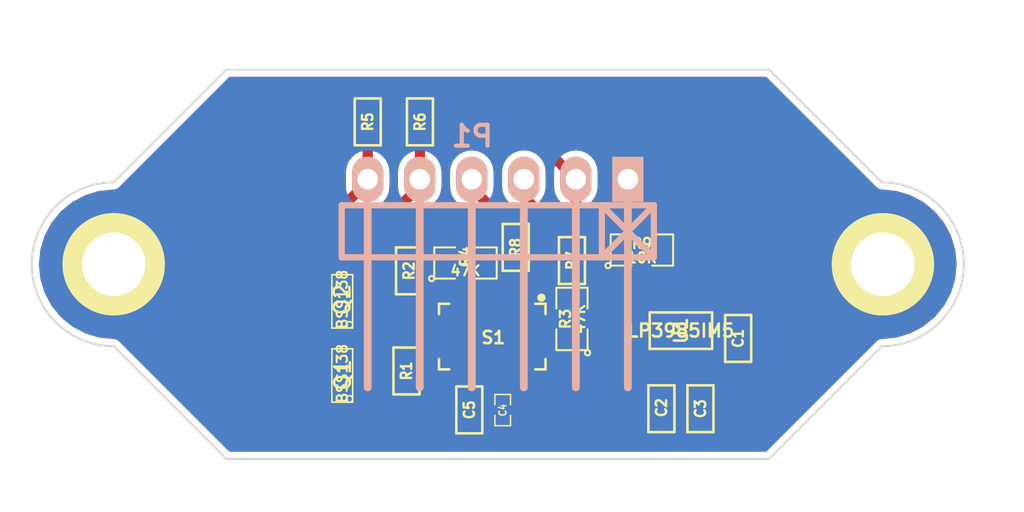
<source format=kicad_pcb>
(kicad_pcb (version 4) (host pcbnew 4.0.1-stable)

  (general
    (links 42)
    (no_connects 0)
    (area 132.31 59.97 182.310001 84.970001)
    (thickness 1.6)
    (drawings 10)
    (tracks 105)
    (zones 0)
    (modules 21)
    (nets 18)
  )

  (page A4)
  (layers
    (0 F.Cu signal)
    (31 B.Cu signal)
    (32 B.Adhes user)
    (33 F.Adhes user)
    (34 B.Paste user hide)
    (35 F.Paste user)
    (36 B.SilkS user hide)
    (37 F.SilkS user)
    (38 B.Mask user)
    (39 F.Mask user)
    (40 Dwgs.User user)
    (41 Cmts.User user)
    (42 Eco1.User user)
    (43 Eco2.User user)
    (44 Edge.Cuts user)
    (45 Margin user)
    (46 B.CrtYd user)
    (47 F.CrtYd user)
    (48 B.Fab user)
    (49 F.Fab user)
  )

  (setup
    (last_trace_width 0.5)
    (trace_clearance 0.2)
    (zone_clearance 0.3)
    (zone_45_only yes)
    (trace_min 0.2)
    (segment_width 0.12)
    (edge_width 0.1)
    (via_size 0.6)
    (via_drill 0.4)
    (via_min_size 0.4)
    (via_min_drill 0.3)
    (uvia_size 0.3)
    (uvia_drill 0.1)
    (uvias_allowed no)
    (uvia_min_size 0.2)
    (uvia_min_drill 0.1)
    (pcb_text_width 0.3)
    (pcb_text_size 1.5 1.5)
    (mod_edge_width 0.15)
    (mod_text_size 1 1)
    (mod_text_width 0.15)
    (pad_size 5 5)
    (pad_drill 3.1)
    (pad_to_mask_clearance 0)
    (aux_axis_origin -390.67 -131.3)
    (grid_origin -130.17 280.2)
    (visible_elements FFFEFF7F)
    (pcbplotparams
      (layerselection 0x010a0_00000001)
      (usegerberextensions false)
      (excludeedgelayer true)
      (linewidth 0.100000)
      (plotframeref false)
      (viasonmask false)
      (mode 1)
      (useauxorigin false)
      (hpglpennumber 1)
      (hpglpenspeed 20)
      (hpglpendiameter 15)
      (hpglpenoverlay 2)
      (psnegative false)
      (psa4output false)
      (plotreference true)
      (plotvalue true)
      (plotinvisibletext false)
      (padsonsilk false)
      (subtractmaskfromsilk false)
      (outputformat 5)
      (mirror false)
      (drillshape 0)
      (scaleselection 1)
      (outputdirectory ../../../skola/fyzdoc/prace/for_edit/))
  )

  (net 0 "")
  (net 1 GND)
  (net 2 +5V)
  (net 3 "Net-(C2-Pad2)")
  (net 4 I2C_SCL)
  (net 5 I2C_SDA)
  (net 6 IO_1)
  (net 7 IO_0)
  (net 8 "Net-(S1-Pad2)")
  (net 9 "Net-(S1-Pad3)")
  (net 10 "Net-(S1-Pad7)")
  (net 11 "Net-(S1-Pad11)")
  (net 12 SCL_LW)
  (net 13 SDA_LW)
  (net 14 "Net-(R3-Pad2)")
  (net 15 "Net-(R4-Pad2)")
  (net 16 +2V8)
  (net 17 "Net-(R9-Pad2)")

  (net_class Default "This is the default net class."
    (clearance 0.2)
    (trace_width 0.5)
    (via_dia 0.6)
    (via_drill 0.4)
    (uvia_dia 0.3)
    (uvia_drill 0.1)
    (add_net +2V8)
    (add_net +5V)
    (add_net GND)
    (add_net I2C_SCL)
    (add_net I2C_SDA)
    (add_net IO_0)
    (add_net IO_1)
    (add_net "Net-(C2-Pad2)")
    (add_net "Net-(R3-Pad2)")
    (add_net "Net-(R4-Pad2)")
    (add_net "Net-(R9-Pad2)")
    (add_net "Net-(S1-Pad11)")
    (add_net "Net-(S1-Pad2)")
    (add_net "Net-(S1-Pad3)")
    (add_net "Net-(S1-Pad7)")
    (add_net SCL_LW)
    (add_net SDA_LW)
  )

  (module libcms:SM0603 (layer F.Cu) (tedit 4E43A3D1) (tstamp 55E61102)
    (at 152.151 78.0795 270)
    (path /5615B560)
    (attr smd)
    (fp_text reference R1 (at 0 0 270) (layer F.SilkS)
      (effects (font (size 0.508 0.4572) (thickness 0.1143)))
    )
    (fp_text value 2K2 (at 0 0 270) (layer F.SilkS) hide
      (effects (font (size 0.508 0.4572) (thickness 0.1143)))
    )
    (fp_line (start -1.143 -0.635) (end 1.143 -0.635) (layer F.SilkS) (width 0.127))
    (fp_line (start 1.143 -0.635) (end 1.143 0.635) (layer F.SilkS) (width 0.127))
    (fp_line (start 1.143 0.635) (end -1.143 0.635) (layer F.SilkS) (width 0.127))
    (fp_line (start -1.143 0.635) (end -1.143 -0.635) (layer F.SilkS) (width 0.127))
    (pad 1 smd rect (at -0.762 0 270) (size 0.635 1.143) (layers F.Cu F.Paste F.Mask)
      (net 12 SCL_LW))
    (pad 2 smd rect (at 0.762 0 270) (size 0.635 1.143) (layers F.Cu F.Paste F.Mask)
      (net 16 +2V8))
    (model smd\resistors\R0603.wrl
      (at (xyz 0 0 0.001))
      (scale (xyz 0.5 0.5 0.5))
      (rotate (xyz 0 0 0))
    )
  )

  (module libcms:SOT23-5 (layer F.Cu) (tedit 56057948) (tstamp 55E6112D)
    (at 165.5495 76.111 180)
    (path /55E5794B)
    (attr smd)
    (fp_text reference U1 (at 0 0 270) (layer F.SilkS)
      (effects (font (size 0.635 0.635) (thickness 0.127)))
    )
    (fp_text value LP3985IM5 (at 0 0 180) (layer F.SilkS)
      (effects (font (size 0.635 0.635) (thickness 0.127)))
    )
    (fp_line (start 1.524 -0.889) (end 1.524 0.889) (layer F.SilkS) (width 0.127))
    (fp_line (start 1.524 0.889) (end -1.524 0.889) (layer F.SilkS) (width 0.127))
    (fp_line (start -1.524 0.889) (end -1.524 -0.889) (layer F.SilkS) (width 0.127))
    (fp_line (start -1.524 -0.889) (end 1.524 -0.889) (layer F.SilkS) (width 0.127))
    (pad 1 smd rect (at -0.9525 1.27 180) (size 0.508 0.762) (layers F.Cu F.Paste F.Mask)
      (net 2 +5V))
    (pad 3 smd rect (at 0.9525 1.27 180) (size 0.508 0.762) (layers F.Cu F.Paste F.Mask)
      (net 17 "Net-(R9-Pad2)"))
    (pad 5 smd rect (at -0.9525 -1.27 180) (size 0.508 0.762) (layers F.Cu F.Paste F.Mask)
      (net 16 +2V8))
    (pad 2 smd rect (at 0 1.27 180) (size 0.508 0.762) (layers F.Cu F.Paste F.Mask)
      (net 1 GND))
    (pad 4 smd rect (at 0.9525 -1.27 180) (size 0.508 0.762) (layers F.Cu F.Paste F.Mask)
      (net 3 "Net-(C2-Pad2)"))
    (model smd/SOT23_5.wrl
      (at (xyz 0 0 0))
      (scale (xyz 0.1 0.1 0.1))
      (rotate (xyz 0 0 0))
    )
  )

  (module libcms:SM0603 (layer F.Cu) (tedit 4E43A3D1) (tstamp 55E610DA)
    (at 168.3435 76.492 90)
    (path /55E59E26)
    (attr smd)
    (fp_text reference C1 (at 0 0 90) (layer F.SilkS)
      (effects (font (size 0.508 0.4572) (thickness 0.1143)))
    )
    (fp_text value 1uF (at 0 0 90) (layer F.SilkS) hide
      (effects (font (size 0.508 0.4572) (thickness 0.1143)))
    )
    (fp_line (start -1.143 -0.635) (end 1.143 -0.635) (layer F.SilkS) (width 0.127))
    (fp_line (start 1.143 -0.635) (end 1.143 0.635) (layer F.SilkS) (width 0.127))
    (fp_line (start 1.143 0.635) (end -1.143 0.635) (layer F.SilkS) (width 0.127))
    (fp_line (start -1.143 0.635) (end -1.143 -0.635) (layer F.SilkS) (width 0.127))
    (pad 1 smd rect (at -0.762 0 90) (size 0.635 1.143) (layers F.Cu F.Paste F.Mask)
      (net 1 GND))
    (pad 2 smd rect (at 0.762 0 90) (size 0.635 1.143) (layers F.Cu F.Paste F.Mask)
      (net 2 +5V))
    (model smd\resistors\R0603.wrl
      (at (xyz 0 0 0.001))
      (scale (xyz 0.5 0.5 0.5))
      (rotate (xyz 0 0 0))
    )
  )

  (module libcms:SM0603 (layer F.Cu) (tedit 55FAEAA8) (tstamp 55E610E0)
    (at 164.597 79.921 90)
    (path /55E59F25)
    (attr smd)
    (fp_text reference C2 (at 0.05 0 90) (layer F.SilkS)
      (effects (font (size 0.508 0.4572) (thickness 0.1143)))
    )
    (fp_text value 1uF (at 0 0 90) (layer F.SilkS) hide
      (effects (font (size 0.508 0.4572) (thickness 0.1143)))
    )
    (fp_line (start -1.143 -0.635) (end 1.143 -0.635) (layer F.SilkS) (width 0.127))
    (fp_line (start 1.143 -0.635) (end 1.143 0.635) (layer F.SilkS) (width 0.127))
    (fp_line (start 1.143 0.635) (end -1.143 0.635) (layer F.SilkS) (width 0.127))
    (fp_line (start -1.143 0.635) (end -1.143 -0.635) (layer F.SilkS) (width 0.127))
    (pad 1 smd rect (at -0.762 0 90) (size 0.635 1.143) (layers F.Cu F.Paste F.Mask)
      (net 1 GND))
    (pad 2 smd rect (at 0.762 0 90) (size 0.635 1.143) (layers F.Cu F.Paste F.Mask)
      (net 3 "Net-(C2-Pad2)"))
    (model smd\resistors\R0603.wrl
      (at (xyz 0 0 0.001))
      (scale (xyz 0.5 0.5 0.5))
      (rotate (xyz 0 0 0))
    )
  )

  (module libcms:SM0603 (layer F.Cu) (tedit 4E43A3D1) (tstamp 55E610E6)
    (at 166.502 79.921 90)
    (path /55E59F2B)
    (attr smd)
    (fp_text reference C3 (at 0 0 90) (layer F.SilkS)
      (effects (font (size 0.508 0.4572) (thickness 0.1143)))
    )
    (fp_text value 1uF (at 0 0 90) (layer F.SilkS) hide
      (effects (font (size 0.508 0.4572) (thickness 0.1143)))
    )
    (fp_line (start -1.143 -0.635) (end 1.143 -0.635) (layer F.SilkS) (width 0.127))
    (fp_line (start 1.143 -0.635) (end 1.143 0.635) (layer F.SilkS) (width 0.127))
    (fp_line (start 1.143 0.635) (end -1.143 0.635) (layer F.SilkS) (width 0.127))
    (fp_line (start -1.143 0.635) (end -1.143 -0.635) (layer F.SilkS) (width 0.127))
    (pad 1 smd rect (at -0.762 0 90) (size 0.635 1.143) (layers F.Cu F.Paste F.Mask)
      (net 1 GND))
    (pad 2 smd rect (at 0.762 0 90) (size 0.635 1.143) (layers F.Cu F.Paste F.Mask)
      (net 16 +2V8))
    (model smd\resistors\R0603.wrl
      (at (xyz 0 0 0.001))
      (scale (xyz 0.5 0.5 0.5))
      (rotate (xyz 0 0 0))
    )
  )

  (module libcms:SM0402 (layer F.Cu) (tedit 50A4E0BA) (tstamp 55E610EC)
    (at 156.85 79.989 270)
    (path /55E597DB)
    (attr smd)
    (fp_text reference C4 (at 0 0 270) (layer F.SilkS)
      (effects (font (size 0.35052 0.3048) (thickness 0.07112)))
    )
    (fp_text value 100nF (at 0.09906 0 270) (layer F.SilkS) hide
      (effects (font (size 0.35052 0.3048) (thickness 0.07112)))
    )
    (fp_line (start -0.254 -0.381) (end -0.762 -0.381) (layer F.SilkS) (width 0.07112))
    (fp_line (start -0.762 -0.381) (end -0.762 0.381) (layer F.SilkS) (width 0.07112))
    (fp_line (start -0.762 0.381) (end -0.254 0.381) (layer F.SilkS) (width 0.07112))
    (fp_line (start 0.254 -0.381) (end 0.762 -0.381) (layer F.SilkS) (width 0.07112))
    (fp_line (start 0.762 -0.381) (end 0.762 0.381) (layer F.SilkS) (width 0.07112))
    (fp_line (start 0.762 0.381) (end 0.254 0.381) (layer F.SilkS) (width 0.07112))
    (pad 1 smd rect (at -0.44958 0 270) (size 0.39878 0.59944) (layers F.Cu F.Paste F.Mask)
      (net 16 +2V8))
    (pad 2 smd rect (at 0.44958 0 270) (size 0.39878 0.59944) (layers F.Cu F.Paste F.Mask)
      (net 1 GND))
    (model smd\chip_cms.wrl
      (at (xyz 0 0 0.002))
      (scale (xyz 0.05 0.05 0.05))
      (rotate (xyz 0 0 0))
    )
  )

  (module libcms:SM0603 (layer F.Cu) (tedit 4E43A3D1) (tstamp 55E610F2)
    (at 155.22 79.979 270)
    (path /55E4C7D4)
    (attr smd)
    (fp_text reference C5 (at 0 0 270) (layer F.SilkS)
      (effects (font (size 0.508 0.4572) (thickness 0.1143)))
    )
    (fp_text value 4.7uF (at 0 0 270) (layer F.SilkS) hide
      (effects (font (size 0.508 0.4572) (thickness 0.1143)))
    )
    (fp_line (start -1.143 -0.635) (end 1.143 -0.635) (layer F.SilkS) (width 0.127))
    (fp_line (start 1.143 -0.635) (end 1.143 0.635) (layer F.SilkS) (width 0.127))
    (fp_line (start 1.143 0.635) (end -1.143 0.635) (layer F.SilkS) (width 0.127))
    (fp_line (start -1.143 0.635) (end -1.143 -0.635) (layer F.SilkS) (width 0.127))
    (pad 1 smd rect (at -0.762 0 270) (size 0.635 1.143) (layers F.Cu F.Paste F.Mask)
      (net 16 +2V8))
    (pad 2 smd rect (at 0.762 0 270) (size 0.635 1.143) (layers F.Cu F.Paste F.Mask)
      (net 1 GND))
    (model smd\resistors\R0603.wrl
      (at (xyz 0 0 0.001))
      (scale (xyz 0.5 0.5 0.5))
      (rotate (xyz 0 0 0))
    )
  )

  (module libcms:SM0603 (layer F.Cu) (tedit 4E43A3D1) (tstamp 55E61108)
    (at 152.278 73.19 90)
    (path /5615B8C6)
    (attr smd)
    (fp_text reference R2 (at 0 0 90) (layer F.SilkS)
      (effects (font (size 0.508 0.4572) (thickness 0.1143)))
    )
    (fp_text value 2K2 (at 0 0 90) (layer F.SilkS) hide
      (effects (font (size 0.508 0.4572) (thickness 0.1143)))
    )
    (fp_line (start -1.143 -0.635) (end 1.143 -0.635) (layer F.SilkS) (width 0.127))
    (fp_line (start 1.143 -0.635) (end 1.143 0.635) (layer F.SilkS) (width 0.127))
    (fp_line (start 1.143 0.635) (end -1.143 0.635) (layer F.SilkS) (width 0.127))
    (fp_line (start -1.143 0.635) (end -1.143 -0.635) (layer F.SilkS) (width 0.127))
    (pad 1 smd rect (at -0.762 0 90) (size 0.635 1.143) (layers F.Cu F.Paste F.Mask)
      (net 13 SDA_LW))
    (pad 2 smd rect (at 0.762 0 90) (size 0.635 1.143) (layers F.Cu F.Paste F.Mask)
      (net 16 +2V8))
    (model smd\resistors\R0603.wrl
      (at (xyz 0 0 0.001))
      (scale (xyz 0.5 0.5 0.5))
      (rotate (xyz 0 0 0))
    )
  )

  (module libcms:SM0805 (layer F.Cu) (tedit 5091495C) (tstamp 55E6110E)
    (at 160.23 75.539 90)
    (path /55E59B82)
    (attr smd)
    (fp_text reference R3 (at 0 -0.3175 90) (layer F.SilkS)
      (effects (font (size 0.50038 0.50038) (thickness 0.10922)))
    )
    (fp_text value 47K (at 0 0.381 90) (layer F.SilkS)
      (effects (font (size 0.50038 0.50038) (thickness 0.10922)))
    )
    (fp_circle (center -1.651 0.762) (end -1.651 0.635) (layer F.SilkS) (width 0.09906))
    (fp_line (start -0.508 0.762) (end -1.524 0.762) (layer F.SilkS) (width 0.09906))
    (fp_line (start -1.524 0.762) (end -1.524 -0.762) (layer F.SilkS) (width 0.09906))
    (fp_line (start -1.524 -0.762) (end -0.508 -0.762) (layer F.SilkS) (width 0.09906))
    (fp_line (start 0.508 -0.762) (end 1.524 -0.762) (layer F.SilkS) (width 0.09906))
    (fp_line (start 1.524 -0.762) (end 1.524 0.762) (layer F.SilkS) (width 0.09906))
    (fp_line (start 1.524 0.762) (end 0.508 0.762) (layer F.SilkS) (width 0.09906))
    (pad 1 smd rect (at -0.9525 0 90) (size 0.889 1.397) (layers F.Cu F.Paste F.Mask)
      (net 16 +2V8))
    (pad 2 smd rect (at 0.9525 0 90) (size 0.889 1.397) (layers F.Cu F.Paste F.Mask)
      (net 14 "Net-(R3-Pad2)"))
    (model smd/chip_cms.wrl
      (at (xyz 0 0 0))
      (scale (xyz 0.1 0.1 0.1))
      (rotate (xyz 0 0 0))
    )
  )

  (module libcms:SM0805 (layer F.Cu) (tedit 55E70DFA) (tstamp 55E61114)
    (at 155.0339 72.809)
    (path /55E4C7BB)
    (attr smd)
    (fp_text reference R4 (at 0 -0.3175 90) (layer F.SilkS)
      (effects (font (size 0.50038 0.50038) (thickness 0.10922)))
    )
    (fp_text value 47K (at 0 0.381) (layer F.SilkS)
      (effects (font (size 0.50038 0.50038) (thickness 0.10922)))
    )
    (fp_circle (center -1.651 0.762) (end -1.651 0.635) (layer F.SilkS) (width 0.09906))
    (fp_line (start -0.508 0.762) (end -1.524 0.762) (layer F.SilkS) (width 0.09906))
    (fp_line (start -1.524 0.762) (end -1.524 -0.762) (layer F.SilkS) (width 0.09906))
    (fp_line (start -1.524 -0.762) (end -0.508 -0.762) (layer F.SilkS) (width 0.09906))
    (fp_line (start 0.508 -0.762) (end 1.524 -0.762) (layer F.SilkS) (width 0.09906))
    (fp_line (start 1.524 -0.762) (end 1.524 0.762) (layer F.SilkS) (width 0.09906))
    (fp_line (start 1.524 0.762) (end 0.508 0.762) (layer F.SilkS) (width 0.09906))
    (pad 1 smd rect (at -0.9525 0) (size 0.889 1.397) (layers F.Cu F.Paste F.Mask)
      (net 16 +2V8))
    (pad 2 smd rect (at 0.9525 0) (size 0.889 1.397) (layers F.Cu F.Paste F.Mask)
      (net 15 "Net-(R4-Pad2)"))
    (model smd/chip_cms.wrl
      (at (xyz 0 0 0))
      (scale (xyz 0.1 0.1 0.1))
      (rotate (xyz 0 0 0))
    )
  )

  (module w_pin_strip:pin_strip_6-90 (layer B.Cu) (tedit 561AB4AA) (tstamp 55E74580)
    (at 156.61 68.72 180)
    (descr "Pin strip 6pin 90")
    (tags "CONN DEV")
    (path /55E5941A)
    (fp_text reference P1 (at 1.25 2.1 180) (layer B.SilkS)
      (effects (font (size 1.016 1.016) (thickness 0.2032)) (justify mirror))
    )
    (fp_text value CONN_6 (at 0.254 3.556 180) (layer B.SilkS) hide
      (effects (font (size 1.016 0.889) (thickness 0.2032)) (justify mirror))
    )
    (fp_line (start -7.62 -3.81) (end -5.08 -1.27) (layer B.SilkS) (width 0.3048))
    (fp_line (start -5.08 -1.27) (end -5.08 -3.81) (layer B.SilkS) (width 0.3048))
    (fp_line (start -5.08 -3.81) (end -7.62 -1.27) (layer B.SilkS) (width 0.3048))
    (fp_line (start -6.35 0) (end -6.35 -10.16) (layer B.SilkS) (width 0.381))
    (fp_line (start 6.35 0) (end 6.35 -10.16) (layer B.SilkS) (width 0.381))
    (fp_line (start 3.81 0) (end 3.81 -10.16) (layer B.SilkS) (width 0.381))
    (fp_line (start 1.27 0) (end 1.27 -10.16) (layer B.SilkS) (width 0.381))
    (fp_line (start -1.27 -10.16) (end -1.27 0) (layer B.SilkS) (width 0.381))
    (fp_line (start -3.81 0) (end -3.81 -10.16) (layer B.SilkS) (width 0.381))
    (fp_line (start -7.62 -3.81) (end -7.62 -1.27) (layer B.SilkS) (width 0.3048))
    (fp_line (start -7.62 -1.27) (end 7.62 -1.27) (layer B.SilkS) (width 0.3048))
    (fp_line (start 7.62 -1.27) (end 7.62 -3.81) (layer B.SilkS) (width 0.3048))
    (fp_line (start 7.62 -3.81) (end -7.62 -3.81) (layer B.SilkS) (width 0.3048))
    (pad 1 thru_hole rect (at -6.35 0 180) (size 1.524 2.19964) (drill 1.00076) (layers *.Cu *.Mask B.SilkS)
      (net 1 GND))
    (pad 2 thru_hole oval (at -3.81 0 180) (size 1.524 2.19964) (drill 1.00076) (layers *.Cu *.Mask B.SilkS)
      (net 2 +5V))
    (pad 3 thru_hole oval (at -1.27 0 180) (size 1.524 2.19964) (drill 1.00076) (layers *.Cu *.Mask B.SilkS)
      (net 6 IO_1))
    (pad 4 thru_hole oval (at 1.27 0 180) (size 1.524 2.19964) (drill 1.00076) (layers *.Cu *.Mask B.SilkS)
      (net 7 IO_0))
    (pad 5 thru_hole oval (at 3.81 0 180) (size 1.524 2.19964) (drill 1.00076) (layers *.Cu *.Mask B.SilkS)
      (net 5 I2C_SDA))
    (pad 6 thru_hole oval (at 6.35 0 180) (size 1.524 2.19964) (drill 1.00076) (layers *.Cu *.Mask B.SilkS)
      (net 4 I2C_SCL))
    (model walter/pin_strip/pin_strip_6-90.wrl
      (at (xyz 0 0 0))
      (scale (xyz 1 1 1))
      (rotate (xyz 0 0 0))
    )
  )

  (module libcms:SOT23 (layer F.Cu) (tedit 561656B2) (tstamp 56155F73)
    (at 149.01918 78.269 90)
    (tags SOT23)
    (path /56155D95)
    (fp_text reference Q1 (at 0 0.02 270) (layer F.SilkS)
      (effects (font (size 0.762 0.762) (thickness 0.11938)))
    )
    (fp_text value BSS138 (at 0.0635 0 90) (layer F.SilkS)
      (effects (font (size 0.50038 0.50038) (thickness 0.09906)))
    )
    (fp_circle (center -1.17602 0.35052) (end -1.30048 0.44958) (layer F.SilkS) (width 0.07874))
    (fp_line (start 1.27 -0.508) (end 1.27 0.508) (layer F.SilkS) (width 0.07874))
    (fp_line (start -1.3335 -0.508) (end -1.3335 0.508) (layer F.SilkS) (width 0.07874))
    (fp_line (start 1.27 0.508) (end -1.3335 0.508) (layer F.SilkS) (width 0.07874))
    (fp_line (start -1.3335 -0.508) (end 1.27 -0.508) (layer F.SilkS) (width 0.07874))
    (pad 3 smd rect (at 0 -1.09982 90) (size 0.8001 1.00076) (layers F.Cu F.Paste F.Mask)
      (net 4 I2C_SCL))
    (pad 2 smd rect (at 0.9525 1.09982 90) (size 0.8001 1.00076) (layers F.Cu F.Paste F.Mask)
      (net 12 SCL_LW))
    (pad 1 smd rect (at -0.9525 1.09982 90) (size 0.8001 1.00076) (layers F.Cu F.Paste F.Mask)
      (net 16 +2V8))
    (model smd\SOT23_3.wrl
      (at (xyz 0 0 0))
      (scale (xyz 0.4 0.4 0.4))
      (rotate (xyz 0 0 180))
    )
  )

  (module libcms:SOT23 (layer F.Cu) (tedit 561656B9) (tstamp 56155F7A)
    (at 149.01918 74.6505 90)
    (tags SOT23)
    (path /56155E08)
    (fp_text reference Q2 (at 0.06 0 270) (layer F.SilkS)
      (effects (font (size 0.762 0.762) (thickness 0.11938)))
    )
    (fp_text value BSS138 (at 0.0635 0 90) (layer F.SilkS)
      (effects (font (size 0.50038 0.50038) (thickness 0.09906)))
    )
    (fp_circle (center -1.17602 0.35052) (end -1.30048 0.44958) (layer F.SilkS) (width 0.07874))
    (fp_line (start 1.27 -0.508) (end 1.27 0.508) (layer F.SilkS) (width 0.07874))
    (fp_line (start -1.3335 -0.508) (end -1.3335 0.508) (layer F.SilkS) (width 0.07874))
    (fp_line (start 1.27 0.508) (end -1.3335 0.508) (layer F.SilkS) (width 0.07874))
    (fp_line (start -1.3335 -0.508) (end 1.27 -0.508) (layer F.SilkS) (width 0.07874))
    (pad 3 smd rect (at 0 -1.09982 90) (size 0.8001 1.00076) (layers F.Cu F.Paste F.Mask)
      (net 5 I2C_SDA))
    (pad 2 smd rect (at 0.9525 1.09982 90) (size 0.8001 1.00076) (layers F.Cu F.Paste F.Mask)
      (net 13 SDA_LW))
    (pad 1 smd rect (at -0.9525 1.09982 90) (size 0.8001 1.00076) (layers F.Cu F.Paste F.Mask)
      (net 16 +2V8))
    (model smd\SOT23_3.wrl
      (at (xyz 0 0 0))
      (scale (xyz 0.4 0.4 0.4))
      (rotate (xyz 0 0 180))
    )
  )

  (module libcms:SM0603 (layer F.Cu) (tedit 4E43A3D1) (tstamp 56155F80)
    (at 150.26 65.92 90)
    (path /5615B9D6)
    (attr smd)
    (fp_text reference R5 (at 0 0 90) (layer F.SilkS)
      (effects (font (size 0.508 0.4572) (thickness 0.1143)))
    )
    (fp_text value 2K2 (at 0 0 90) (layer F.SilkS) hide
      (effects (font (size 0.508 0.4572) (thickness 0.1143)))
    )
    (fp_line (start -1.143 -0.635) (end 1.143 -0.635) (layer F.SilkS) (width 0.127))
    (fp_line (start 1.143 -0.635) (end 1.143 0.635) (layer F.SilkS) (width 0.127))
    (fp_line (start 1.143 0.635) (end -1.143 0.635) (layer F.SilkS) (width 0.127))
    (fp_line (start -1.143 0.635) (end -1.143 -0.635) (layer F.SilkS) (width 0.127))
    (pad 1 smd rect (at -0.762 0 90) (size 0.635 1.143) (layers F.Cu F.Paste F.Mask)
      (net 4 I2C_SCL))
    (pad 2 smd rect (at 0.762 0 90) (size 0.635 1.143) (layers F.Cu F.Paste F.Mask)
      (net 2 +5V))
    (model smd\resistors\R0603.wrl
      (at (xyz 0 0 0.001))
      (scale (xyz 0.5 0.5 0.5))
      (rotate (xyz 0 0 0))
    )
  )

  (module libcms:SM0603 (layer F.Cu) (tedit 4E43A3D1) (tstamp 56155F86)
    (at 152.81 65.92 90)
    (path /5615BA51)
    (attr smd)
    (fp_text reference R6 (at 0 0 90) (layer F.SilkS)
      (effects (font (size 0.508 0.4572) (thickness 0.1143)))
    )
    (fp_text value 2K2 (at 0 0 90) (layer F.SilkS) hide
      (effects (font (size 0.508 0.4572) (thickness 0.1143)))
    )
    (fp_line (start -1.143 -0.635) (end 1.143 -0.635) (layer F.SilkS) (width 0.127))
    (fp_line (start 1.143 -0.635) (end 1.143 0.635) (layer F.SilkS) (width 0.127))
    (fp_line (start 1.143 0.635) (end -1.143 0.635) (layer F.SilkS) (width 0.127))
    (fp_line (start -1.143 0.635) (end -1.143 -0.635) (layer F.SilkS) (width 0.127))
    (pad 1 smd rect (at -0.762 0 90) (size 0.635 1.143) (layers F.Cu F.Paste F.Mask)
      (net 5 I2C_SDA))
    (pad 2 smd rect (at 0.762 0 90) (size 0.635 1.143) (layers F.Cu F.Paste F.Mask)
      (net 2 +5V))
    (model smd\resistors\R0603.wrl
      (at (xyz 0 0 0.001))
      (scale (xyz 0.5 0.5 0.5))
      (rotate (xyz 0 0 0))
    )
  )

  (module libcms:SM0603 (layer F.Cu) (tedit 4E43A3D1) (tstamp 56155F8C)
    (at 160.23 72.689 90)
    (path /56156937)
    (attr smd)
    (fp_text reference R7 (at 0 0 90) (layer F.SilkS)
      (effects (font (size 0.508 0.4572) (thickness 0.1143)))
    )
    (fp_text value 10K (at 0 0 90) (layer F.SilkS) hide
      (effects (font (size 0.508 0.4572) (thickness 0.1143)))
    )
    (fp_line (start -1.143 -0.635) (end 1.143 -0.635) (layer F.SilkS) (width 0.127))
    (fp_line (start 1.143 -0.635) (end 1.143 0.635) (layer F.SilkS) (width 0.127))
    (fp_line (start 1.143 0.635) (end -1.143 0.635) (layer F.SilkS) (width 0.127))
    (fp_line (start -1.143 0.635) (end -1.143 -0.635) (layer F.SilkS) (width 0.127))
    (pad 1 smd rect (at -0.762 0 90) (size 0.635 1.143) (layers F.Cu F.Paste F.Mask)
      (net 14 "Net-(R3-Pad2)"))
    (pad 2 smd rect (at 0.762 0 90) (size 0.635 1.143) (layers F.Cu F.Paste F.Mask)
      (net 6 IO_1))
    (model smd\resistors\R0603.wrl
      (at (xyz 0 0 0.001))
      (scale (xyz 0.5 0.5 0.5))
      (rotate (xyz 0 0 0))
    )
  )

  (module libcms:SM0603 (layer F.Cu) (tedit 4E43A3D1) (tstamp 56155F92)
    (at 157.485 72.047 90)
    (path /561563B0)
    (attr smd)
    (fp_text reference R8 (at 0 0 90) (layer F.SilkS)
      (effects (font (size 0.508 0.4572) (thickness 0.1143)))
    )
    (fp_text value 10K (at 0 0 90) (layer F.SilkS) hide
      (effects (font (size 0.508 0.4572) (thickness 0.1143)))
    )
    (fp_line (start -1.143 -0.635) (end 1.143 -0.635) (layer F.SilkS) (width 0.127))
    (fp_line (start 1.143 -0.635) (end 1.143 0.635) (layer F.SilkS) (width 0.127))
    (fp_line (start 1.143 0.635) (end -1.143 0.635) (layer F.SilkS) (width 0.127))
    (fp_line (start -1.143 0.635) (end -1.143 -0.635) (layer F.SilkS) (width 0.127))
    (pad 1 smd rect (at -0.762 0 90) (size 0.635 1.143) (layers F.Cu F.Paste F.Mask)
      (net 15 "Net-(R4-Pad2)"))
    (pad 2 smd rect (at 0.762 0 90) (size 0.635 1.143) (layers F.Cu F.Paste F.Mask)
      (net 7 IO_0))
    (model smd\resistors\R0603.wrl
      (at (xyz 0 0 0.001))
      (scale (xyz 0.5 0.5 0.5))
      (rotate (xyz 0 0 0))
    )
  )

  (module connect:1pin (layer F.Cu) (tedit 5666EA15) (tstamp 561B66E6)
    (at 137.86 72.87)
    (descr "module 1 pin (ou trou mecanique de percage)")
    (tags DEV)
    (path 1pin)
    (fp_text reference 1PIN (at 0 -3.048) (layer F.SilkS) hide
      (effects (font (size 1.016 1.016) (thickness 0.254)))
    )
    (fp_text value P*** (at 0 2.794) (layer F.SilkS) hide
      (effects (font (size 1.016 1.016) (thickness 0.254)))
    )
    (fp_circle (center 0 0) (end 0 -2.286) (layer F.SilkS) (width 0.381))
    (pad 1 thru_hole circle (at 0 0) (size 5 5) (drill 3.1) (layers *.Cu *.Mask F.SilkS)
      (net 1 GND))
  )

  (module connect:1pin (layer F.Cu) (tedit 5666EA06) (tstamp 561B6709)
    (at 175.41 72.87)
    (descr "module 1 pin (ou trou mecanique de percage)")
    (tags DEV)
    (path 1pin)
    (fp_text reference 1PIN (at 0 -3.048) (layer F.SilkS) hide
      (effects (font (size 1.016 1.016) (thickness 0.254)))
    )
    (fp_text value P*** (at 0 2.794) (layer F.SilkS) hide
      (effects (font (size 1.016 1.016) (thickness 0.254)))
    )
    (fp_circle (center 0 0) (end 0 -2.286) (layer F.SilkS) (width 0.381))
    (pad 2 thru_hole circle (at 0 0) (size 5 5) (drill 3.1) (layers *.Cu *.Mask F.SilkS)
      (net 1 GND))
  )

  (module libcms:SM0805 (layer F.Cu) (tedit 5091495C) (tstamp 565C977A)
    (at 163.6445 72.174)
    (path /565CA03D)
    (attr smd)
    (fp_text reference R9 (at 0 -0.3175) (layer F.SilkS)
      (effects (font (size 0.50038 0.50038) (thickness 0.10922)))
    )
    (fp_text value 10K (at 0 0.381) (layer F.SilkS)
      (effects (font (size 0.50038 0.50038) (thickness 0.10922)))
    )
    (fp_circle (center -1.651 0.762) (end -1.651 0.635) (layer F.SilkS) (width 0.09906))
    (fp_line (start -0.508 0.762) (end -1.524 0.762) (layer F.SilkS) (width 0.09906))
    (fp_line (start -1.524 0.762) (end -1.524 -0.762) (layer F.SilkS) (width 0.09906))
    (fp_line (start -1.524 -0.762) (end -0.508 -0.762) (layer F.SilkS) (width 0.09906))
    (fp_line (start 0.508 -0.762) (end 1.524 -0.762) (layer F.SilkS) (width 0.09906))
    (fp_line (start 1.524 -0.762) (end 1.524 0.762) (layer F.SilkS) (width 0.09906))
    (fp_line (start 1.524 0.762) (end 0.508 0.762) (layer F.SilkS) (width 0.09906))
    (pad 1 smd rect (at -0.9525 0) (size 0.889 1.397) (layers F.Cu F.Paste F.Mask)
      (net 2 +5V))
    (pad 2 smd rect (at 0.9525 0) (size 0.889 1.397) (layers F.Cu F.Paste F.Mask)
      (net 17 "Net-(R9-Pad2)"))
    (model smd/chip_cms.wrl
      (at (xyz 0 0 0))
      (scale (xyz 0.1 0.1 0.1))
      (rotate (xyz 0 0 0))
    )
  )

  (module myfootprint:ST_VL6180X (layer F.Cu) (tedit 5666DBD3) (tstamp 5666DF23)
    (at 156.34 76.4 270)
    (path /55E59B2F)
    (solder_mask_margin -0.02)
    (solder_paste_margin -0.07)
    (attr smd)
    (fp_text reference S1 (at 0.05 -0.05 360) (layer F.SilkS)
      (effects (font (size 0.6 0.6) (thickness 0.127)))
    )
    (fp_text value VL6180X (at 0 3.2 270) (layer F.Fab)
      (effects (font (size 0.6 0.6) (thickness 0.127)))
    )
    (fp_circle (center -1.9 -2.4) (end -1.8 -2.4) (layer F.SilkS) (width 0.2))
    (fp_line (start -1.6 2.1) (end -1.6 2.6) (layer F.SilkS) (width 0.127))
    (fp_line (start -1.6 2.6) (end -1.1 2.6) (layer F.SilkS) (width 0.127))
    (fp_line (start 1.1 2.6) (end 1.6 2.6) (layer F.SilkS) (width 0.127))
    (fp_line (start 1.6 2.6) (end 1.6 2.1) (layer F.SilkS) (width 0.127))
    (fp_line (start 1.1 -2.6) (end 1.6 -2.6) (layer F.SilkS) (width 0.127))
    (fp_line (start 1.6 -2.6) (end 1.6 -2.1) (layer F.SilkS) (width 0.127))
    (fp_line (start -1.6 -2.6) (end -1.6 -2.1) (layer F.SilkS) (width 0.127))
    (fp_line (start -1.1 -2.6) (end -1.6 -2.6) (layer F.SilkS) (width 0.127))
    (fp_line (start -1.65 -2.65) (end -1.65 2.65) (layer F.CrtYd) (width 0.05))
    (fp_line (start -1.65 2.65) (end 1.65 2.65) (layer F.CrtYd) (width 0.05))
    (fp_line (start 1.65 2.65) (end 1.65 -2.65) (layer F.CrtYd) (width 0.05))
    (fp_line (start -1.65 -2.65) (end 1.65 -2.65) (layer F.CrtYd) (width 0.05))
    (pad 1 smd rect (at -1 -1.875 270) (size 0.6 0.55) (layers F.Cu F.Paste F.Mask)
      (net 14 "Net-(R3-Pad2)"))
    (pad 2 smd rect (at -1 -1.125 270) (size 0.6 0.55) (layers F.Cu F.Paste F.Mask)
      (net 8 "Net-(S1-Pad2)"))
    (pad 3 smd rect (at -1 -0.375 270) (size 0.6 0.55) (layers F.Cu F.Paste F.Mask)
      (net 9 "Net-(S1-Pad3)"))
    (pad 4 smd rect (at -1 0.375 270) (size 0.6 0.55) (layers F.Cu F.Paste F.Mask)
      (net 15 "Net-(R4-Pad2)"))
    (pad 5 smd rect (at -1 1.125 270) (size 0.6 0.55) (layers F.Cu F.Paste F.Mask)
      (net 12 SCL_LW))
    (pad 6 smd rect (at -1 1.875 270) (size 0.6 0.55) (layers F.Cu F.Paste F.Mask)
      (net 13 SDA_LW))
    (pad 7 smd rect (at 1 1.875 270) (size 0.6 0.55) (layers F.Cu F.Paste F.Mask)
      (net 10 "Net-(S1-Pad7)"))
    (pad 8 smd rect (at 1 1.125 270) (size 0.6 0.55) (layers F.Cu F.Paste F.Mask)
      (net 16 +2V8))
    (pad 9 smd rect (at 1 0.375 270) (size 0.6 0.55) (layers F.Cu F.Paste F.Mask)
      (net 1 GND))
    (pad 10 smd rect (at 1 -0.375 270) (size 0.6 0.55) (layers F.Cu F.Paste F.Mask)
      (net 16 +2V8))
    (pad 11 smd rect (at 1 -1.125 270) (size 0.6 0.55) (layers F.Cu F.Paste F.Mask)
      (net 11 "Net-(S1-Pad11)"))
    (pad 12 smd rect (at 1 -1.875 270) (size 0.6 0.55) (layers F.Cu F.Paste F.Mask)
      (net 1 GND))
    (model 3D/SH/Avago_APDS-9950.wrl
      (at (xyz 0 0 0))
      (scale (xyz 0.393701 0.393701 0.393701))
      (rotate (xyz 0 0 0))
    )
  )

  (gr_line (start 137.86 76.87) (end 143.36 82.37) (angle 90) (layer Edge.Cuts) (width 0.1))
  (gr_line (start 143.36 82.37) (end 169.86 82.37) (angle 90) (layer Edge.Cuts) (width 0.1))
  (gr_line (start 175.36 76.87) (end 169.86 82.37) (angle 90) (layer Edge.Cuts) (width 0.1))
  (gr_line (start 169.86 63.37) (end 175.36 68.87) (angle 90) (layer Edge.Cuts) (width 0.1))
  (gr_line (start 137.86 68.87) (end 143.36 63.37) (angle 90) (layer Edge.Cuts) (width 0.1))
  (gr_line (start 143.36 63.37) (end 169.86 63.37) (angle 90) (layer Edge.Cuts) (width 0.1))
  (gr_arc (start 175.36 72.87) (end 179.36 72.87) (angle 90) (layer Edge.Cuts) (width 0.1))
  (gr_arc (start 175.36 72.87) (end 175.36 68.87) (angle 90) (layer Edge.Cuts) (width 0.1))
  (gr_arc (start 137.86 72.87) (end 137.86 76.87) (angle 90) (layer Edge.Cuts) (width 0.1))
  (gr_arc (start 137.86 72.87) (end 133.86 72.87) (angle 90) (layer Edge.Cuts) (width 0.1))

  (segment (start 166.0448 72.737934) (end 166.0448 70.5428) (width 0.5) (layer F.Cu) (net 1))
  (segment (start 165.5495 73.3805) (end 166.0448 72.8852) (width 0.5) (layer F.Cu) (net 1))
  (segment (start 166.0448 72.8852) (end 166.0448 72.737934) (width 0.5) (layer F.Cu) (net 1))
  (segment (start 165.5495 74.841) (end 165.5495 73.3805) (width 0.5) (layer F.Cu) (net 1))
  (segment (start 166.0448 70.5428) (end 164.222 68.72) (width 0.5) (layer F.Cu) (net 1))
  (segment (start 158.215 77.4) (end 158.215 78.035002) (width 0.5) (layer F.Cu) (net 1))
  (segment (start 158.215 78.035002) (end 158.100001 78.150001) (width 0.5) (layer F.Cu) (net 1))
  (segment (start 158.100001 78.150001) (end 156.021001 78.150001) (width 0.5) (layer F.Cu) (net 1))
  (segment (start 156.021001 78.150001) (end 155.975 78.104) (width 0.5) (layer F.Cu) (net 1))
  (segment (start 155.965 77.4) (end 155.965 78.035002) (width 0.5) (layer F.Cu) (net 1))
  (segment (start 155.965 78.035002) (end 155.975 78.045002) (width 0.5) (layer F.Cu) (net 1))
  (segment (start 155.975 78.045002) (end 155.975 78.104) (width 0.5) (layer F.Cu) (net 1))
  (segment (start 155.975 78.104) (end 156.13 78.259) (width 0.5) (layer F.Cu) (net 1) (tstamp 561A37CB))
  (segment (start 157.99 78.259) (end 158.225 78.024) (width 0.5) (layer F.Cu) (net 1) (tstamp 561A37CE))
  (segment (start 164.222 68.72) (end 162.96 68.72) (width 0.5) (layer F.Cu) (net 1))
  (segment (start 152.81 65.158) (end 156.858 65.158) (width 0.5) (layer F.Cu) (net 2))
  (segment (start 150.26 65.158) (end 152.81 65.158) (width 0.5) (layer F.Cu) (net 2))
  (segment (start 166.502 74.841) (end 166.502 75.722) (width 0.5) (layer F.Cu) (net 2))
  (segment (start 167.272 75.73) (end 168.3435 75.73) (width 0.5) (layer F.Cu) (net 2))
  (segment (start 164.032998 75.722) (end 166.502 75.722) (width 0.5) (layer F.Cu) (net 2))
  (segment (start 166.534819 75.73) (end 167.272 75.73) (width 0.5) (layer F.Cu) (net 2))
  (segment (start 166.51 75.73) (end 166.534819 75.73) (width 0.5) (layer F.Cu) (net 2))
  (segment (start 166.502 75.722) (end 166.51 75.73) (width 0.5) (layer F.Cu) (net 2))
  (segment (start 160.42 69.902) (end 160.42 68.72) (width 0.5) (layer F.Cu) (net 2))
  (segment (start 156.858 65.158) (end 160.42 68.72) (width 0.5) (layer F.Cu) (net 2) (tstamp 561A539E))
  (segment (start 162.692 72.174) (end 160.42 69.902) (width 0.5) (layer F.Cu) (net 2))
  (segment (start 162.692 72.174) (end 162.692 74.381002) (width 0.5) (layer F.Cu) (net 2))
  (segment (start 162.692 74.381002) (end 164.032998 75.722) (width 0.5) (layer F.Cu) (net 2))
  (segment (start 164.597 77.381) (end 164.597 79.159) (width 0.5) (layer F.Cu) (net 3))
  (segment (start 150.26 68.72) (end 150.26 68.838114) (width 0.5) (layer F.Cu) (net 4))
  (segment (start 150.26 68.838114) (end 146.668979 72.429135) (width 0.5) (layer F.Cu) (net 4))
  (segment (start 146.668979 77.118949) (end 147.81903 78.269) (width 0.5) (layer F.Cu) (net 4))
  (segment (start 147.81903 78.269) (end 147.91936 78.269) (width 0.5) (layer F.Cu) (net 4))
  (segment (start 146.668979 72.429135) (end 146.668979 77.118949) (width 0.5) (layer F.Cu) (net 4))
  (segment (start 150.26 66.682) (end 150.26 68.72) (width 0.5) (layer F.Cu) (net 4))
  (segment (start 152.8 68.72) (end 152.8 69.05782) (width 0.5) (layer F.Cu) (net 5))
  (segment (start 147.91936 73.75045) (end 147.91936 74.6505) (width 0.5) (layer F.Cu) (net 5))
  (segment (start 152.8 69.05782) (end 150.46783 71.38999) (width 0.5) (layer F.Cu) (net 5))
  (segment (start 150.46783 71.38999) (end 149.122351 71.38999) (width 0.5) (layer F.Cu) (net 5))
  (segment (start 147.91936 72.592981) (end 147.91936 73.75045) (width 0.5) (layer F.Cu) (net 5))
  (segment (start 149.122351 71.38999) (end 147.91936 72.592981) (width 0.5) (layer F.Cu) (net 5))
  (segment (start 152.8 68.72) (end 152.31186 68.72) (width 0.5) (layer F.Cu) (net 5))
  (segment (start 152.81 66.682) (end 152.81 68.71) (width 0.5) (layer F.Cu) (net 5))
  (segment (start 152.81 68.71) (end 152.8 68.72) (width 0.5) (layer F.Cu) (net 5) (tstamp 561A5399))
  (segment (start 157.88 68.72) (end 157.88 69.577) (width 0.5) (layer F.Cu) (net 6))
  (segment (start 157.88 69.577) (end 160.23 71.927) (width 0.5) (layer F.Cu) (net 6))
  (segment (start 157.88 68.72) (end 157.912 68.72) (width 0.5) (layer F.Cu) (net 6))
  (segment (start 155.34 68.72) (end 155.34 69.14) (width 0.5) (layer F.Cu) (net 7))
  (segment (start 155.34 69.14) (end 157.485 71.285) (width 0.5) (layer F.Cu) (net 7))
  (segment (start 155.34 68.72) (end 155.546 68.72) (width 0.5) (layer F.Cu) (net 7))
  (segment (start 155.215 75.4) (end 155.215 75.865) (width 0.5) (layer F.Cu) (net 12))
  (segment (start 153.3085 76.16) (end 152.151 77.3175) (width 0.5) (layer F.Cu) (net 12) (tstamp 56648856))
  (segment (start 154.92 76.16) (end 153.3085 76.16) (width 0.5) (layer F.Cu) (net 12) (tstamp 56648855))
  (segment (start 155.215 75.865) (end 154.92 76.16) (width 0.5) (layer F.Cu) (net 12) (tstamp 56648854))
  (segment (start 152.405 77.3175) (end 152.151 77.3175) (width 0.5) (layer F.Cu) (net 12))
  (segment (start 150.119 77.3165) (end 152.15 77.3165) (width 0.5) (layer F.Cu) (net 12))
  (segment (start 152.15 77.3165) (end 152.151 77.3175) (width 0.5) (layer F.Cu) (net 12))
  (segment (start 152.024 73.698) (end 152.278 73.952) (width 0.5) (layer F.Cu) (net 13))
  (segment (start 150.119 73.698) (end 152.024 73.698) (width 0.5) (layer F.Cu) (net 13))
  (segment (start 154.465 75.4) (end 153.726 75.4) (width 0.5) (layer F.Cu) (net 13))
  (segment (start 153.726 75.4) (end 152.278 73.952) (width 0.5) (layer F.Cu) (net 13))
  (segment (start 158.225 75.269) (end 158.225 75.264) (width 0.5) (layer F.Cu) (net 14))
  (segment (start 158.225 75.264) (end 158.9025 74.5865) (width 0.5) (layer F.Cu) (net 14) (tstamp 561A313B))
  (segment (start 158.9025 74.5865) (end 160.23 74.5865) (width 0.5) (layer F.Cu) (net 14) (tstamp 561A3148))
  (segment (start 160.23 74.5865) (end 160.23 73.451) (width 0.5) (layer F.Cu) (net 14))
  (segment (start 155.965 75.4) (end 155.965 72.8304) (width 0.5) (layer F.Cu) (net 15))
  (segment (start 155.965 72.8304) (end 155.9864 72.809) (width 0.5) (layer F.Cu) (net 15))
  (segment (start 155.9864 75.3476) (end 155.985 75.349) (width 0.5) (layer F.Cu) (net 15))
  (segment (start 155.9864 72.809) (end 157.485 72.809) (width 0.5) (layer F.Cu) (net 15))
  (segment (start 150.119 79.2215) (end 152.136642 79.2215) (width 0.5) (layer F.Cu) (net 16))
  (segment (start 152.151 78.8415) (end 152.151 79.207142) (width 0.5) (layer F.Cu) (net 16))
  (segment (start 152.151 79.207142) (end 152.136642 79.2215) (width 0.5) (layer F.Cu) (net 16))
  (segment (start 152.278 72.428) (end 153.7004 72.428) (width 0.5) (layer F.Cu) (net 16))
  (segment (start 149.068619 79.171499) (end 149.068619 75.602533) (width 0.5) (layer F.Cu) (net 16))
  (segment (start 149.068619 75.602533) (end 149.068619 72.857949) (width 0.5) (layer F.Cu) (net 16))
  (segment (start 150.119 75.603) (end 149.069086 75.603) (width 0.5) (layer F.Cu) (net 16))
  (segment (start 149.069086 75.603) (end 149.068619 75.602533) (width 0.5) (layer F.Cu) (net 16))
  (segment (start 149.536568 72.39) (end 152.273 72.39) (width 0.5) (layer F.Cu) (net 16))
  (segment (start 150.119 79.2215) (end 149.11862 79.2215) (width 0.5) (layer F.Cu) (net 16))
  (segment (start 149.11862 79.2215) (end 149.068619 79.171499) (width 0.5) (layer F.Cu) (net 16))
  (segment (start 149.068619 72.857949) (end 149.536568 72.39) (width 0.5) (layer F.Cu) (net 16))
  (segment (start 150.119 79.2215) (end 150.01867 79.2215) (width 0.5) (layer F.Cu) (net 16))
  (segment (start 150.1195 79.221) (end 150.119 79.2215) (width 0.5) (layer F.Cu) (net 16))
  (segment (start 166.502 77.381) (end 166.502 79.159) (width 0.5) (layer F.Cu) (net 16))
  (segment (start 166.502 77.381) (end 166.502 77.254) (width 0.5) (layer F.Cu) (net 16))
  (segment (start 166.502 77.254) (end 165.7395 76.4915) (width 0.5) (layer F.Cu) (net 16))
  (segment (start 165.7395 76.4915) (end 161.4285 76.4915) (width 0.5) (layer F.Cu) (net 16))
  (segment (start 156.715 77.4) (end 156.715 76.4915) (width 0.5) (layer F.Cu) (net 16))
  (segment (start 156.72 76.55) (end 156.72 76.4915) (width 0.5) (layer F.Cu) (net 16) (tstamp 5664885F))
  (segment (start 156.72 76.4965) (end 156.72 76.55) (width 0.5) (layer F.Cu) (net 16) (tstamp 5664885E))
  (segment (start 156.715 76.4915) (end 156.72 76.4965) (width 0.5) (layer F.Cu) (net 16) (tstamp 5664885D))
  (segment (start 155.215 77.4) (end 155.215 76.925) (width 0.5) (layer F.Cu) (net 16))
  (segment (start 155.6485 76.4915) (end 156.72 76.4915) (width 0.5) (layer F.Cu) (net 16) (tstamp 5664885A))
  (segment (start 156.72 76.4915) (end 160.23 76.4915) (width 0.5) (layer F.Cu) (net 16) (tstamp 56648860))
  (segment (start 155.215 76.925) (end 155.6485 76.4915) (width 0.5) (layer F.Cu) (net 16) (tstamp 56648859))
  (segment (start 155.225 77.269) (end 155.225 79.212) (width 0.5) (layer F.Cu) (net 16))
  (segment (start 152.136642 79.2215) (end 155.2155 79.2215) (width 0.5) (layer F.Cu) (net 16))
  (segment (start 155.2155 79.2215) (end 155.22 79.217) (width 0.5) (layer F.Cu) (net 16))
  (segment (start 153.7004 72.428) (end 154.0814 72.809) (width 0.5) (layer F.Cu) (net 16))
  (segment (start 161.4285 76.4915) (end 160.23 76.4915) (width 0.5) (layer F.Cu) (net 16))
  (segment (start 155.22 79.217) (end 156.52758 79.217) (width 0.5) (layer F.Cu) (net 16))
  (segment (start 156.52758 79.217) (end 156.85 79.53942) (width 0.5) (layer F.Cu) (net 16) (tstamp 561A37C4))
  (segment (start 155.225 79.212) (end 155.22 79.217) (width 0.5) (layer F.Cu) (net 16) (tstamp 561A33A7))
  (segment (start 155.216 79.221) (end 155.22 79.217) (width 0.5) (layer F.Cu) (net 16) (tstamp 561A33A4))
  (segment (start 164.597 72.174) (end 164.597 74.841) (width 0.5) (layer F.Cu) (net 17))

  (zone (net 1) (net_name GND) (layer F.Cu) (tstamp 561A1508) (hatch edge 0.508)
    (connect_pads yes (clearance 0.3))
    (min_thickness 0.254)
    (fill yes (arc_segments 32) (thermal_gap 0.508) (thermal_bridge_width 0.508))
    (polygon
      (pts
        (xy 182.31 84.97) (xy 132.31 84.97) (xy 132.31 59.97) (xy 182.31 59.97) (xy 182.31 84.97)
      )
    )
    (filled_polygon
      (pts
        (xy 175.02271 69.20729) (xy 175.038816 69.22052) (xy 175.053391 69.235403) (xy 175.07469 69.249987) (xy 175.094647 69.26638)
        (xy 175.113012 69.276227) (xy 175.130204 69.287999) (xy 175.153936 69.29817) (xy 175.176692 69.310372) (xy 175.19662 69.316464)
        (xy 175.21577 69.324672) (xy 175.24103 69.330041) (xy 175.265718 69.337589) (xy 175.286441 69.339694) (xy 175.306829 69.344028)
        (xy 175.313453 69.344723) (xy 176.043847 69.416339) (xy 176.701639 69.614939) (xy 177.308331 69.937523) (xy 177.840814 70.371804)
        (xy 178.278803 70.901243) (xy 178.605615 71.505667) (xy 178.808803 72.162062) (xy 178.881918 72.857707) (xy 178.813662 73.553843)
        (xy 178.615062 74.211638) (xy 178.292477 74.818331) (xy 177.858193 75.350816) (xy 177.328757 75.788803) (xy 176.724333 76.115615)
        (xy 176.067937 76.318803) (xy 175.362099 76.39299) (xy 175.358343 76.393003) (xy 175.315329 76.397371) (xy 175.272255 76.40114)
        (xy 175.269049 76.402071) (xy 175.265725 76.402409) (xy 175.224389 76.415046) (xy 175.182857 76.427112) (xy 175.179889 76.42865)
        (xy 175.176698 76.429626) (xy 175.138607 76.450049) (xy 175.100208 76.469954) (xy 175.097598 76.472038) (xy 175.094654 76.473616)
        (xy 175.06126 76.501045) (xy 175.027452 76.528033) (xy 175.02271 76.53271) (xy 169.66242 81.893) (xy 143.55758 81.893)
        (xy 138.19729 76.53271) (xy 138.181184 76.51948) (xy 138.166609 76.504597) (xy 138.14531 76.490013) (xy 138.125353 76.47362)
        (xy 138.106989 76.463774) (xy 138.089796 76.452001) (xy 138.066056 76.441826) (xy 138.043308 76.429629) (xy 138.02339 76.423539)
        (xy 138.004231 76.415328) (xy 137.978965 76.409957) (xy 137.954282 76.402411) (xy 137.933561 76.400306) (xy 137.913171 76.395972)
        (xy 137.906547 76.395277) (xy 137.176157 76.323662) (xy 136.518362 76.125062) (xy 135.911669 75.802477) (xy 135.379184 75.368193)
        (xy 134.941197 74.838757) (xy 134.614385 74.234333) (xy 134.411197 73.577937) (xy 134.338082 72.882294) (xy 134.382514 72.429135)
        (xy 145.991979 72.429135) (xy 145.991979 77.118949) (xy 145.998079 77.181159) (xy 146.003531 77.243484) (xy 146.004525 77.246904)
        (xy 146.004872 77.250446) (xy 146.022948 77.310317) (xy 146.040394 77.370365) (xy 146.042031 77.373524) (xy 146.043061 77.376934)
        (xy 146.07243 77.432168) (xy 146.101199 77.48767) (xy 146.10342 77.490452) (xy 146.105091 77.493595) (xy 146.144607 77.542046)
        (xy 146.183631 77.59093) (xy 146.188518 77.595886) (xy 146.1886 77.595986) (xy 146.188693 77.596063) (xy 146.190268 77.59766)
        (xy 146.989914 78.397306) (xy 146.989914 78.66905) (xy 146.995336 78.737048) (xy 147.031053 78.85238) (xy 147.097486 78.953196)
        (xy 147.189375 79.031513) (xy 147.299445 79.081129) (xy 147.41898 79.098116) (xy 148.391619 79.098116) (xy 148.391619 79.171499)
        (xy 148.397719 79.233709) (xy 148.403171 79.296034) (xy 148.404165 79.299454) (xy 148.404512 79.302996) (xy 148.422588 79.362867)
        (xy 148.440034 79.422915) (xy 148.441671 79.426074) (xy 148.442701 79.429484) (xy 148.47207 79.484718) (xy 148.500839 79.54022)
        (xy 148.50306 79.543002) (xy 148.504731 79.546145) (xy 148.544247 79.594596) (xy 148.583271 79.64348) (xy 148.588158 79.648436)
        (xy 148.58824 79.648536) (xy 148.588333 79.648613) (xy 148.589908 79.65021) (xy 148.639909 79.700211) (xy 148.688216 79.739891)
        (xy 148.736137 79.780102) (xy 148.739257 79.781817) (xy 148.742008 79.784077) (xy 148.797129 79.813633) (xy 148.851921 79.843755)
        (xy 148.855314 79.844831) (xy 148.858452 79.846514) (xy 148.918284 79.864806) (xy 148.977864 79.883706) (xy 148.9814 79.884103)
        (xy 148.984806 79.885144) (xy 149.047003 79.891461) (xy 149.109168 79.898434) (xy 149.116135 79.898483) (xy 149.116257 79.898495)
        (xy 149.11637 79.898484) (xy 149.11862 79.8985) (xy 149.292384 79.8985) (xy 149.297126 79.905696) (xy 149.389015 79.984013)
        (xy 149.499085 80.033629) (xy 149.61862 80.050616) (xy 150.61938 80.050616) (xy 150.687378 80.045194) (xy 150.80271 80.009477)
        (xy 150.903526 79.943044) (xy 150.941491 79.8985) (xy 154.422305 79.8985) (xy 154.528965 79.946579) (xy 154.6485 79.963566)
        (xy 155.7915 79.963566) (xy 155.859498 79.958144) (xy 155.97483 79.922427) (xy 156.01797 79.894) (xy 156.153638 79.894)
        (xy 156.162353 79.92214) (xy 156.228786 80.022956) (xy 156.320675 80.101273) (xy 156.430745 80.150889) (xy 156.55028 80.167876)
        (xy 156.60109 80.167876) (xy 156.716186 80.203064) (xy 156.847637 80.216416) (xy 156.979177 80.203982) (xy 157.10029 80.167876)
        (xy 157.14972 80.167876) (xy 157.217718 80.162454) (xy 157.33305 80.126737) (xy 157.433866 80.060304) (xy 157.512183 79.968415)
        (xy 157.561799 79.858345) (xy 157.578786 79.73881) (xy 157.578786 79.34003) (xy 157.573364 79.272032) (xy 157.537647 79.1567)
        (xy 157.471214 79.055884) (xy 157.379325 78.977567) (xy 157.269255 78.927951) (xy 157.183811 78.915809) (xy 157.006291 78.738289)
        (xy 156.957984 78.698609) (xy 156.910063 78.658398) (xy 156.906943 78.656683) (xy 156.904192 78.654423) (xy 156.849071 78.624867)
        (xy 156.794279 78.594745) (xy 156.790886 78.593669) (xy 156.787748 78.591986) (xy 156.727916 78.573694) (xy 156.668336 78.554794)
        (xy 156.6648 78.554397) (xy 156.661394 78.553356) (xy 156.599197 78.547039) (xy 156.537032 78.540066) (xy 156.530065 78.540017)
        (xy 156.529943 78.540005) (xy 156.52983 78.540016) (xy 156.52758 78.54) (xy 156.024581 78.54) (xy 156.021105 78.537037)
        (xy 155.911035 78.487421) (xy 155.902 78.486137) (xy 155.902 77.81971) (xy 155.902079 77.819535) (xy 155.919066 77.7)
        (xy 155.919066 77.178357) (xy 155.928923 77.1685) (xy 156.010934 77.1685) (xy 156.010934 77.7) (xy 156.016356 77.767998)
        (xy 156.052073 77.88333) (xy 156.118506 77.984146) (xy 156.210395 78.062463) (xy 156.320465 78.112079) (xy 156.44 78.129066)
        (xy 156.99 78.129066) (xy 157.057998 78.123644) (xy 157.087517 78.114502) (xy 157.19 78.129066) (xy 157.74 78.129066)
        (xy 157.807998 78.123644) (xy 157.92333 78.087927) (xy 158.024146 78.021494) (xy 158.102463 77.929605) (xy 158.152079 77.819535)
        (xy 158.169066 77.7) (xy 158.169066 77.1685) (xy 159.175974 77.1685) (xy 159.210006 77.220146) (xy 159.301895 77.298463)
        (xy 159.411965 77.348079) (xy 159.5315 77.365066) (xy 160.9285 77.365066) (xy 160.996498 77.359644) (xy 161.11183 77.323927)
        (xy 161.212646 77.257494) (xy 161.288496 77.1685) (xy 163.913934 77.1685) (xy 163.913934 77.762) (xy 163.919356 77.829998)
        (xy 163.92 77.832078) (xy 163.92 78.42947) (xy 163.84217 78.453573) (xy 163.741354 78.520006) (xy 163.663037 78.611895)
        (xy 163.613421 78.721965) (xy 163.596434 78.8415) (xy 163.596434 79.4765) (xy 163.601856 79.544498) (xy 163.637573 79.65983)
        (xy 163.704006 79.760646) (xy 163.795895 79.838963) (xy 163.905965 79.888579) (xy 164.0255 79.905566) (xy 165.1685 79.905566)
        (xy 165.236498 79.900144) (xy 165.35183 79.864427) (xy 165.452646 79.797994) (xy 165.530963 79.706105) (xy 165.548065 79.668165)
        (xy 165.609006 79.760646) (xy 165.700895 79.838963) (xy 165.810965 79.888579) (xy 165.9305 79.905566) (xy 167.0735 79.905566)
        (xy 167.141498 79.900144) (xy 167.25683 79.864427) (xy 167.357646 79.797994) (xy 167.435963 79.706105) (xy 167.485579 79.596035)
        (xy 167.502566 79.4765) (xy 167.502566 78.8415) (xy 167.497144 78.773502) (xy 167.461427 78.65817) (xy 167.394994 78.557354)
        (xy 167.303105 78.479037) (xy 167.193035 78.429421) (xy 167.179 78.427427) (xy 167.179 77.804686) (xy 167.185066 77.762)
        (xy 167.185066 77) (xy 167.179644 76.932002) (xy 167.143927 76.81667) (xy 167.077494 76.715854) (xy 166.985605 76.637537)
        (xy 166.875535 76.587921) (xy 166.779728 76.574306) (xy 166.612422 76.407) (xy 167.538919 76.407) (xy 167.542395 76.409963)
        (xy 167.652465 76.459579) (xy 167.772 76.476566) (xy 168.915 76.476566) (xy 168.982998 76.471144) (xy 169.09833 76.435427)
        (xy 169.199146 76.368994) (xy 169.277463 76.277105) (xy 169.327079 76.167035) (xy 169.344066 76.0475) (xy 169.344066 75.4125)
        (xy 169.338644 75.344502) (xy 169.302927 75.22917) (xy 169.236494 75.128354) (xy 169.144605 75.050037) (xy 169.034535 75.000421)
        (xy 168.915 74.983434) (xy 167.772 74.983434) (xy 167.704002 74.988856) (xy 167.58867 75.024573) (xy 167.54553 75.053)
        (xy 167.185066 75.053) (xy 167.185066 74.46) (xy 167.179644 74.392002) (xy 167.143927 74.27667) (xy 167.077494 74.175854)
        (xy 166.985605 74.097537) (xy 166.875535 74.047921) (xy 166.756 74.030934) (xy 166.248 74.030934) (xy 166.180002 74.036356)
        (xy 166.06467 74.072073) (xy 165.963854 74.138506) (xy 165.885537 74.230395) (xy 165.835921 74.340465) (xy 165.818934 74.46)
        (xy 165.818934 75.045) (xy 165.280066 75.045) (xy 165.280066 74.46) (xy 165.274644 74.392002) (xy 165.274 74.389922)
        (xy 165.274 73.228026) (xy 165.325646 73.193994) (xy 165.403963 73.102105) (xy 165.453579 72.992035) (xy 165.470566 72.8725)
        (xy 165.470566 71.4755) (xy 165.465144 71.407502) (xy 165.429427 71.29217) (xy 165.362994 71.191354) (xy 165.271105 71.113037)
        (xy 165.161035 71.063421) (xy 165.0415 71.046434) (xy 164.1525 71.046434) (xy 164.084502 71.051856) (xy 163.96917 71.087573)
        (xy 163.868354 71.154006) (xy 163.790037 71.245895) (xy 163.740421 71.355965) (xy 163.723434 71.4755) (xy 163.723434 72.8725)
        (xy 163.728856 72.940498) (xy 163.764573 73.05583) (xy 163.831006 73.156646) (xy 163.92 73.232496) (xy 163.92 74.417314)
        (xy 163.913934 74.46) (xy 163.913934 74.645513) (xy 163.369 74.10058) (xy 163.369 73.228026) (xy 163.420646 73.193994)
        (xy 163.498963 73.102105) (xy 163.548579 72.992035) (xy 163.565566 72.8725) (xy 163.565566 71.4755) (xy 163.560144 71.407502)
        (xy 163.524427 71.29217) (xy 163.457994 71.191354) (xy 163.366105 71.113037) (xy 163.256035 71.063421) (xy 163.1365 71.046434)
        (xy 162.521856 71.046434) (xy 161.314972 69.83955) (xy 161.40106 69.736954) (xy 161.512852 69.533605) (xy 161.583017 69.312415)
        (xy 161.608884 69.081809) (xy 161.609 69.065208) (xy 161.609 68.374792) (xy 161.586356 68.143847) (xy 161.519285 67.921699)
        (xy 161.410343 67.716809) (xy 161.26368 67.536982) (xy 161.08488 67.389066) (xy 160.880756 67.278697) (xy 160.659082 67.210077)
        (xy 160.428301 67.185821) (xy 160.197204 67.206852) (xy 159.974593 67.27237) (xy 159.945173 67.287751) (xy 157.336711 64.679289)
        (xy 157.288404 64.639609) (xy 157.240483 64.599398) (xy 157.237363 64.597683) (xy 157.234612 64.595423) (xy 157.179491 64.565867)
        (xy 157.124699 64.535745) (xy 157.121306 64.534669) (xy 157.118168 64.532986) (xy 157.058336 64.514694) (xy 156.998756 64.495794)
        (xy 156.99522 64.495397) (xy 156.991814 64.494356) (xy 156.929617 64.488039) (xy 156.867452 64.481066) (xy 156.860485 64.481017)
        (xy 156.860363 64.481005) (xy 156.86025 64.481016) (xy 156.858 64.481) (xy 153.614581 64.481) (xy 153.611105 64.478037)
        (xy 153.501035 64.428421) (xy 153.3815 64.411434) (xy 152.2385 64.411434) (xy 152.170502 64.416856) (xy 152.05517 64.452573)
        (xy 152.01203 64.481) (xy 151.064581 64.481) (xy 151.061105 64.478037) (xy 150.951035 64.428421) (xy 150.8315 64.411434)
        (xy 149.6885 64.411434) (xy 149.620502 64.416856) (xy 149.50517 64.452573) (xy 149.404354 64.519006) (xy 149.326037 64.610895)
        (xy 149.276421 64.720965) (xy 149.259434 64.8405) (xy 149.259434 65.4755) (xy 149.264856 65.543498) (xy 149.300573 65.65883)
        (xy 149.367006 65.759646) (xy 149.458895 65.837963) (xy 149.568965 65.887579) (xy 149.6885 65.904566) (xy 150.8315 65.904566)
        (xy 150.899498 65.899144) (xy 151.01483 65.863427) (xy 151.05797 65.835) (xy 152.005419 65.835) (xy 152.008895 65.837963)
        (xy 152.118965 65.887579) (xy 152.2385 65.904566) (xy 153.3815 65.904566) (xy 153.449498 65.899144) (xy 153.56483 65.863427)
        (xy 153.60797 65.835) (xy 156.577578 65.835) (xy 157.933108 67.19053) (xy 157.888301 67.185821) (xy 157.657204 67.206852)
        (xy 157.434593 67.27237) (xy 157.228947 67.379879) (xy 157.0481 67.525284) (xy 156.89894 67.703046) (xy 156.787148 67.906395)
        (xy 156.716983 68.127585) (xy 156.691116 68.358191) (xy 156.691 68.374792) (xy 156.691 69.065208) (xy 156.713644 69.296153)
        (xy 156.780715 69.518301) (xy 156.889657 69.723191) (xy 156.929653 69.772231) (xy 156.495026 69.337604) (xy 156.503017 69.312415)
        (xy 156.528884 69.081809) (xy 156.529 69.065208) (xy 156.529 68.374792) (xy 156.506356 68.143847) (xy 156.439285 67.921699)
        (xy 156.330343 67.716809) (xy 156.18368 67.536982) (xy 156.00488 67.389066) (xy 155.800756 67.278697) (xy 155.579082 67.210077)
        (xy 155.348301 67.185821) (xy 155.117204 67.206852) (xy 154.894593 67.27237) (xy 154.688947 67.379879) (xy 154.5081 67.525284)
        (xy 154.35894 67.703046) (xy 154.247148 67.906395) (xy 154.176983 68.127585) (xy 154.151116 68.358191) (xy 154.151 68.374792)
        (xy 154.151 69.065208) (xy 154.173644 69.296153) (xy 154.240715 69.518301) (xy 154.349657 69.723191) (xy 154.49632 69.903018)
        (xy 154.67512 70.050934) (xy 154.879244 70.161303) (xy 155.100918 70.229923) (xy 155.331699 70.254179) (xy 155.482989 70.240411)
        (xy 156.484434 71.241856) (xy 156.484434 71.6025) (xy 156.489856 71.670498) (xy 156.496113 71.690701) (xy 156.4309 71.681434)
        (xy 155.5419 71.681434) (xy 155.473902 71.686856) (xy 155.35857 71.722573) (xy 155.257754 71.789006) (xy 155.179437 71.880895)
        (xy 155.129821 71.990965) (xy 155.112834 72.1105) (xy 155.112834 73.5075) (xy 155.118256 73.575498) (xy 155.153973 73.69083)
        (xy 155.220406 73.791646) (xy 155.288 73.849256) (xy 155.288 74.670934) (xy 154.94 74.670934) (xy 154.872002 74.676356)
        (xy 154.842483 74.685498) (xy 154.74 74.670934) (xy 154.19 74.670934) (xy 154.122002 74.676356) (xy 154.00667 74.712073)
        (xy 153.999934 74.716512) (xy 153.278566 73.995144) (xy 153.278566 73.735739) (xy 153.315406 73.791646) (xy 153.407295 73.869963)
        (xy 153.517365 73.919579) (xy 153.6369 73.936566) (xy 154.5259 73.936566) (xy 154.593898 73.931144) (xy 154.70923 73.895427)
        (xy 154.810046 73.828994) (xy 154.888363 73.737105) (xy 154.937979 73.627035) (xy 154.954966 73.5075) (xy 154.954966 72.1105)
        (xy 154.949544 72.042502) (xy 154.913827 71.92717) (xy 154.847394 71.826354) (xy 154.755505 71.748037) (xy 154.645435 71.698421)
        (xy 154.5259 71.681434) (xy 153.6369 71.681434) (xy 153.568902 71.686856) (xy 153.45357 71.722573) (xy 153.41043 71.751)
        (xy 153.082581 71.751) (xy 153.079105 71.748037) (xy 152.969035 71.698421) (xy 152.8495 71.681434) (xy 151.7065 71.681434)
        (xy 151.638502 71.686856) (xy 151.554082 71.713) (xy 151.102242 71.713) (xy 152.582999 70.232244) (xy 152.791699 70.254179)
        (xy 153.022796 70.233148) (xy 153.245407 70.16763) (xy 153.451053 70.060121) (xy 153.6319 69.914716) (xy 153.78106 69.736954)
        (xy 153.892852 69.533605) (xy 153.963017 69.312415) (xy 153.988884 69.081809) (xy 153.989 69.065208) (xy 153.989 68.374792)
        (xy 153.966356 68.143847) (xy 153.899285 67.921699) (xy 153.790343 67.716809) (xy 153.64368 67.536982) (xy 153.490663 67.410396)
        (xy 153.56483 67.387427) (xy 153.665646 67.320994) (xy 153.743963 67.229105) (xy 153.793579 67.119035) (xy 153.810566 66.9995)
        (xy 153.810566 66.3645) (xy 153.805144 66.296502) (xy 153.769427 66.18117) (xy 153.702994 66.080354) (xy 153.611105 66.002037)
        (xy 153.501035 65.952421) (xy 153.3815 65.935434) (xy 152.2385 65.935434) (xy 152.170502 65.940856) (xy 152.05517 65.976573)
        (xy 151.954354 66.043006) (xy 151.876037 66.134895) (xy 151.826421 66.244965) (xy 151.809434 66.3645) (xy 151.809434 66.9995)
        (xy 151.814856 67.067498) (xy 151.850573 67.18283) (xy 151.917006 67.283646) (xy 152.008895 67.361963) (xy 152.112913 67.408851)
        (xy 151.9681 67.525284) (xy 151.81894 67.703046) (xy 151.707148 67.906395) (xy 151.636983 68.127585) (xy 151.611116 68.358191)
        (xy 151.611 68.374792) (xy 151.611 69.065208) (xy 151.631019 69.269379) (xy 151.335831 69.564567) (xy 151.352852 69.533605)
        (xy 151.423017 69.312415) (xy 151.448884 69.081809) (xy 151.449 69.065208) (xy 151.449 68.374792) (xy 151.426356 68.143847)
        (xy 151.359285 67.921699) (xy 151.250343 67.716809) (xy 151.10368 67.536982) (xy 150.947939 67.408142) (xy 151.01483 67.387427)
        (xy 151.115646 67.320994) (xy 151.193963 67.229105) (xy 151.243579 67.119035) (xy 151.260566 66.9995) (xy 151.260566 66.3645)
        (xy 151.255144 66.296502) (xy 151.219427 66.18117) (xy 151.152994 66.080354) (xy 151.061105 66.002037) (xy 150.951035 65.952421)
        (xy 150.8315 65.935434) (xy 149.6885 65.935434) (xy 149.620502 65.940856) (xy 149.50517 65.976573) (xy 149.404354 66.043006)
        (xy 149.326037 66.134895) (xy 149.276421 66.244965) (xy 149.259434 66.3645) (xy 149.259434 66.9995) (xy 149.264856 67.067498)
        (xy 149.300573 67.18283) (xy 149.367006 67.283646) (xy 149.458895 67.361963) (xy 149.568965 67.411579) (xy 149.569437 67.411646)
        (xy 149.4281 67.525284) (xy 149.27894 67.703046) (xy 149.167148 67.906395) (xy 149.096983 68.127585) (xy 149.071116 68.358191)
        (xy 149.071 68.374792) (xy 149.071 69.065208) (xy 149.0714 69.069291) (xy 146.190268 71.950424) (xy 146.150588 71.998731)
        (xy 146.110377 72.046652) (xy 146.108662 72.049772) (xy 146.106402 72.052523) (xy 146.076846 72.107644) (xy 146.046724 72.162436)
        (xy 146.045648 72.165829) (xy 146.043965 72.168967) (xy 146.025673 72.228799) (xy 146.006773 72.288379) (xy 146.006376 72.291915)
        (xy 146.005335 72.295321) (xy 145.999018 72.357518) (xy 145.992045 72.419683) (xy 145.991996 72.42665) (xy 145.991984 72.426772)
        (xy 145.991995 72.426885) (xy 145.991979 72.429135) (xy 134.382514 72.429135) (xy 134.406339 72.186153) (xy 134.604939 71.528361)
        (xy 134.927523 70.921669) (xy 135.361804 70.389186) (xy 135.891243 69.951197) (xy 136.495667 69.624385) (xy 137.152062 69.421197)
        (xy 137.857902 69.34701) (xy 137.861657 69.346997) (xy 137.904704 69.342625) (xy 137.947745 69.33886) (xy 137.950951 69.337929)
        (xy 137.954275 69.337591) (xy 137.995611 69.324954) (xy 138.037143 69.312888) (xy 138.040111 69.31135) (xy 138.043302 69.310374)
        (xy 138.081393 69.289951) (xy 138.119792 69.270046) (xy 138.122402 69.267962) (xy 138.125346 69.266384) (xy 138.158724 69.238968)
        (xy 138.192548 69.211967) (xy 138.19729 69.20729) (xy 143.55758 63.847) (xy 169.66242 63.847)
      )
    )
  )
  (zone (net 1) (net_name GND) (layer B.Cu) (tstamp 561A1508) (hatch edge 0.508)
    (connect_pads yes (clearance 0.3))
    (min_thickness 0.254)
    (fill yes (arc_segments 32) (thermal_gap 0.508) (thermal_bridge_width 0.508))
    (polygon
      (pts
        (xy 182.31 84.97) (xy 132.31 84.97) (xy 132.31 59.97) (xy 182.31 59.97) (xy 182.31 84.97)
      )
    )
    (filled_polygon
      (pts
        (xy 175.02271 69.20729) (xy 175.038816 69.22052) (xy 175.053391 69.235403) (xy 175.07469 69.249987) (xy 175.094647 69.26638)
        (xy 175.113012 69.276227) (xy 175.130204 69.287999) (xy 175.153936 69.29817) (xy 175.176692 69.310372) (xy 175.19662 69.316464)
        (xy 175.21577 69.324672) (xy 175.24103 69.330041) (xy 175.265718 69.337589) (xy 175.286441 69.339694) (xy 175.306829 69.344028)
        (xy 175.313453 69.344723) (xy 176.043847 69.416339) (xy 176.701639 69.614939) (xy 177.308331 69.937523) (xy 177.840814 70.371804)
        (xy 178.278803 70.901243) (xy 178.605615 71.505667) (xy 178.808803 72.162062) (xy 178.881918 72.857707) (xy 178.813662 73.553843)
        (xy 178.615062 74.211638) (xy 178.292477 74.818331) (xy 177.858193 75.350816) (xy 177.328757 75.788803) (xy 176.724333 76.115615)
        (xy 176.067937 76.318803) (xy 175.362099 76.39299) (xy 175.358343 76.393003) (xy 175.315329 76.397371) (xy 175.272255 76.40114)
        (xy 175.269049 76.402071) (xy 175.265725 76.402409) (xy 175.224389 76.415046) (xy 175.182857 76.427112) (xy 175.179889 76.42865)
        (xy 175.176698 76.429626) (xy 175.138607 76.450049) (xy 175.100208 76.469954) (xy 175.097598 76.472038) (xy 175.094654 76.473616)
        (xy 175.06126 76.501045) (xy 175.027452 76.528033) (xy 175.02271 76.53271) (xy 169.66242 81.893) (xy 143.55758 81.893)
        (xy 138.19729 76.53271) (xy 138.181184 76.51948) (xy 138.166609 76.504597) (xy 138.14531 76.490013) (xy 138.125353 76.47362)
        (xy 138.106989 76.463774) (xy 138.089796 76.452001) (xy 138.066056 76.441826) (xy 138.043308 76.429629) (xy 138.02339 76.423539)
        (xy 138.004231 76.415328) (xy 137.978965 76.409957) (xy 137.954282 76.402411) (xy 137.933561 76.400306) (xy 137.913171 76.395972)
        (xy 137.906547 76.395277) (xy 137.176157 76.323662) (xy 136.518362 76.125062) (xy 135.911669 75.802477) (xy 135.379184 75.368193)
        (xy 134.941197 74.838757) (xy 134.614385 74.234333) (xy 134.411197 73.577937) (xy 134.338082 72.882294) (xy 134.406339 72.186153)
        (xy 134.604939 71.528361) (xy 134.927523 70.921669) (xy 135.361804 70.389186) (xy 135.891243 69.951197) (xy 136.495667 69.624385)
        (xy 137.152062 69.421197) (xy 137.857902 69.34701) (xy 137.861657 69.346997) (xy 137.904704 69.342625) (xy 137.947745 69.33886)
        (xy 137.950951 69.337929) (xy 137.954275 69.337591) (xy 137.995611 69.324954) (xy 138.037143 69.312888) (xy 138.040111 69.31135)
        (xy 138.043302 69.310374) (xy 138.081393 69.289951) (xy 138.119792 69.270046) (xy 138.122402 69.267962) (xy 138.125346 69.266384)
        (xy 138.158724 69.238968) (xy 138.192548 69.211967) (xy 138.19729 69.20729) (xy 139.029788 68.374792) (xy 149.071 68.374792)
        (xy 149.071 69.065208) (xy 149.093644 69.296153) (xy 149.160715 69.518301) (xy 149.269657 69.723191) (xy 149.41632 69.903018)
        (xy 149.59512 70.050934) (xy 149.799244 70.161303) (xy 150.020918 70.229923) (xy 150.251699 70.254179) (xy 150.482796 70.233148)
        (xy 150.705407 70.16763) (xy 150.911053 70.060121) (xy 151.0919 69.914716) (xy 151.24106 69.736954) (xy 151.352852 69.533605)
        (xy 151.423017 69.312415) (xy 151.448884 69.081809) (xy 151.449 69.065208) (xy 151.449 68.374792) (xy 151.611 68.374792)
        (xy 151.611 69.065208) (xy 151.633644 69.296153) (xy 151.700715 69.518301) (xy 151.809657 69.723191) (xy 151.95632 69.903018)
        (xy 152.13512 70.050934) (xy 152.339244 70.161303) (xy 152.560918 70.229923) (xy 152.791699 70.254179) (xy 153.022796 70.233148)
        (xy 153.245407 70.16763) (xy 153.451053 70.060121) (xy 153.6319 69.914716) (xy 153.78106 69.736954) (xy 153.892852 69.533605)
        (xy 153.963017 69.312415) (xy 153.988884 69.081809) (xy 153.989 69.065208) (xy 153.989 68.374792) (xy 154.151 68.374792)
        (xy 154.151 69.065208) (xy 154.173644 69.296153) (xy 154.240715 69.518301) (xy 154.349657 69.723191) (xy 154.49632 69.903018)
        (xy 154.67512 70.050934) (xy 154.879244 70.161303) (xy 155.100918 70.229923) (xy 155.331699 70.254179) (xy 155.562796 70.233148)
        (xy 155.785407 70.16763) (xy 155.991053 70.060121) (xy 156.1719 69.914716) (xy 156.32106 69.736954) (xy 156.432852 69.533605)
        (xy 156.503017 69.312415) (xy 156.528884 69.081809) (xy 156.529 69.065208) (xy 156.529 68.374792) (xy 156.691 68.374792)
        (xy 156.691 69.065208) (xy 156.713644 69.296153) (xy 156.780715 69.518301) (xy 156.889657 69.723191) (xy 157.03632 69.903018)
        (xy 157.21512 70.050934) (xy 157.419244 70.161303) (xy 157.640918 70.229923) (xy 157.871699 70.254179) (xy 158.102796 70.233148)
        (xy 158.325407 70.16763) (xy 158.531053 70.060121) (xy 158.7119 69.914716) (xy 158.86106 69.736954) (xy 158.972852 69.533605)
        (xy 159.043017 69.312415) (xy 159.068884 69.081809) (xy 159.069 69.065208) (xy 159.069 68.374792) (xy 159.231 68.374792)
        (xy 159.231 69.065208) (xy 159.253644 69.296153) (xy 159.320715 69.518301) (xy 159.429657 69.723191) (xy 159.57632 69.903018)
        (xy 159.75512 70.050934) (xy 159.959244 70.161303) (xy 160.180918 70.229923) (xy 160.411699 70.254179) (xy 160.642796 70.233148)
        (xy 160.865407 70.16763) (xy 161.071053 70.060121) (xy 161.2519 69.914716) (xy 161.40106 69.736954) (xy 161.512852 69.533605)
        (xy 161.583017 69.312415) (xy 161.608884 69.081809) (xy 161.609 69.065208) (xy 161.609 68.374792) (xy 161.586356 68.143847)
        (xy 161.519285 67.921699) (xy 161.410343 67.716809) (xy 161.26368 67.536982) (xy 161.08488 67.389066) (xy 160.880756 67.278697)
        (xy 160.659082 67.210077) (xy 160.428301 67.185821) (xy 160.197204 67.206852) (xy 159.974593 67.27237) (xy 159.768947 67.379879)
        (xy 159.5881 67.525284) (xy 159.43894 67.703046) (xy 159.327148 67.906395) (xy 159.256983 68.127585) (xy 159.231116 68.358191)
        (xy 159.231 68.374792) (xy 159.069 68.374792) (xy 159.046356 68.143847) (xy 158.979285 67.921699) (xy 158.870343 67.716809)
        (xy 158.72368 67.536982) (xy 158.54488 67.389066) (xy 158.340756 67.278697) (xy 158.119082 67.210077) (xy 157.888301 67.185821)
        (xy 157.657204 67.206852) (xy 157.434593 67.27237) (xy 157.228947 67.379879) (xy 157.0481 67.525284) (xy 156.89894 67.703046)
        (xy 156.787148 67.906395) (xy 156.716983 68.127585) (xy 156.691116 68.358191) (xy 156.691 68.374792) (xy 156.529 68.374792)
        (xy 156.506356 68.143847) (xy 156.439285 67.921699) (xy 156.330343 67.716809) (xy 156.18368 67.536982) (xy 156.00488 67.389066)
        (xy 155.800756 67.278697) (xy 155.579082 67.210077) (xy 155.348301 67.185821) (xy 155.117204 67.206852) (xy 154.894593 67.27237)
        (xy 154.688947 67.379879) (xy 154.5081 67.525284) (xy 154.35894 67.703046) (xy 154.247148 67.906395) (xy 154.176983 68.127585)
        (xy 154.151116 68.358191) (xy 154.151 68.374792) (xy 153.989 68.374792) (xy 153.966356 68.143847) (xy 153.899285 67.921699)
        (xy 153.790343 67.716809) (xy 153.64368 67.536982) (xy 153.46488 67.389066) (xy 153.260756 67.278697) (xy 153.039082 67.210077)
        (xy 152.808301 67.185821) (xy 152.577204 67.206852) (xy 152.354593 67.27237) (xy 152.148947 67.379879) (xy 151.9681 67.525284)
        (xy 151.81894 67.703046) (xy 151.707148 67.906395) (xy 151.636983 68.127585) (xy 151.611116 68.358191) (xy 151.611 68.374792)
        (xy 151.449 68.374792) (xy 151.426356 68.143847) (xy 151.359285 67.921699) (xy 151.250343 67.716809) (xy 151.10368 67.536982)
        (xy 150.92488 67.389066) (xy 150.720756 67.278697) (xy 150.499082 67.210077) (xy 150.268301 67.185821) (xy 150.037204 67.206852)
        (xy 149.814593 67.27237) (xy 149.608947 67.379879) (xy 149.4281 67.525284) (xy 149.27894 67.703046) (xy 149.167148 67.906395)
        (xy 149.096983 68.127585) (xy 149.071116 68.358191) (xy 149.071 68.374792) (xy 139.029788 68.374792) (xy 143.55758 63.847)
        (xy 169.66242 63.847)
      )
    )
  )
)

</source>
